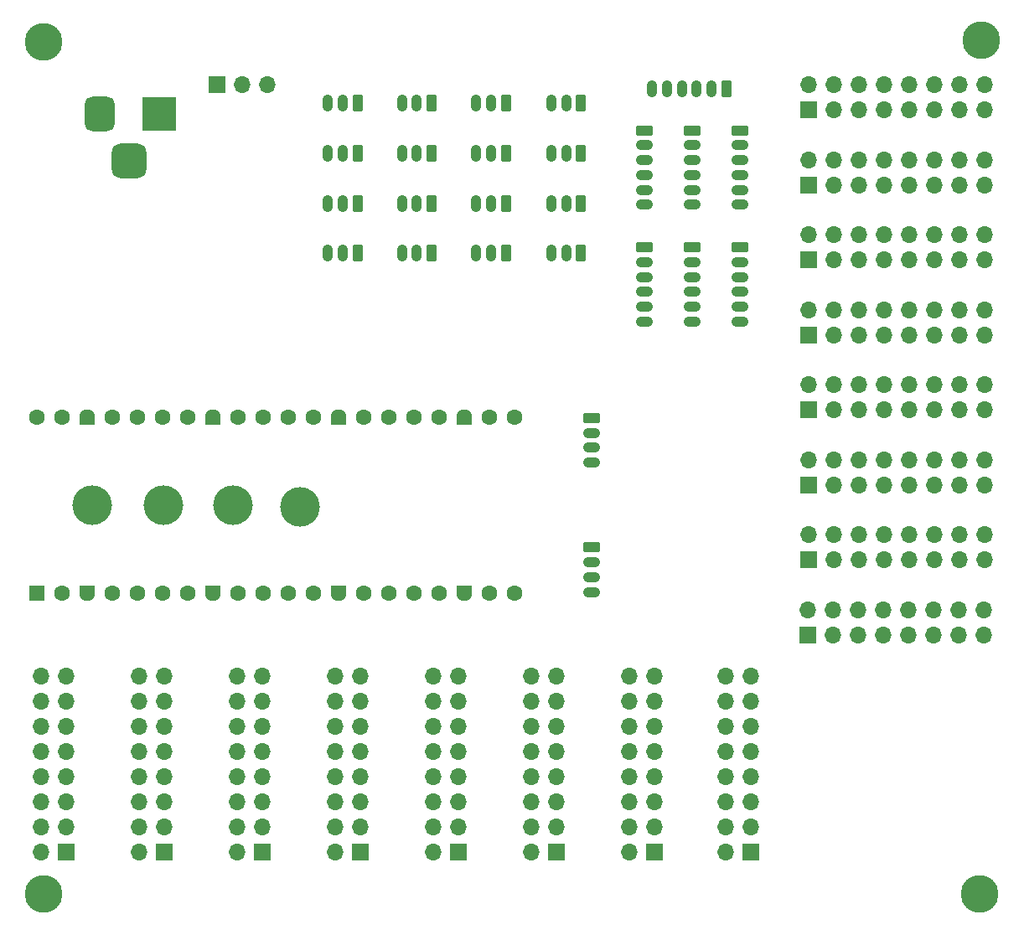
<source format=gbs>
%TF.GenerationSoftware,KiCad,Pcbnew,8.0.8*%
%TF.CreationDate,2025-03-14T22:40:07-03:00*%
%TF.ProjectId,pi_controller,70695f63-6f6e-4747-926f-6c6c65722e6b,1.0*%
%TF.SameCoordinates,Original*%
%TF.FileFunction,Soldermask,Bot*%
%TF.FilePolarity,Negative*%
%FSLAX46Y46*%
G04 Gerber Fmt 4.6, Leading zero omitted, Abs format (unit mm)*
G04 Created by KiCad (PCBNEW 8.0.8) date 2025-03-14 22:40:07*
%MOMM*%
%LPD*%
G01*
G04 APERTURE LIST*
G04 Aperture macros list*
%AMRoundRect*
0 Rectangle with rounded corners*
0 $1 Rounding radius*
0 $2 $3 $4 $5 $6 $7 $8 $9 X,Y pos of 4 corners*
0 Add a 4 corners polygon primitive as box body*
4,1,4,$2,$3,$4,$5,$6,$7,$8,$9,$2,$3,0*
0 Add four circle primitives for the rounded corners*
1,1,$1+$1,$2,$3*
1,1,$1+$1,$4,$5*
1,1,$1+$1,$6,$7*
1,1,$1+$1,$8,$9*
0 Add four rect primitives between the rounded corners*
20,1,$1+$1,$2,$3,$4,$5,0*
20,1,$1+$1,$4,$5,$6,$7,0*
20,1,$1+$1,$6,$7,$8,$9,0*
20,1,$1+$1,$8,$9,$2,$3,0*%
%AMFreePoly0*
4,1,28,0.605014,0.794986,0.644504,0.794986,0.724698,0.756366,0.780194,0.686777,0.800000,0.600000,0.800000,-0.600000,0.780194,-0.686777,0.724698,-0.756366,0.644504,-0.794986,0.605014,-0.794986,0.600000,-0.800000,0.000000,-0.800000,-0.178017,-0.779942,-0.347107,-0.720775,-0.498792,-0.625465,-0.625465,-0.498792,-0.720775,-0.347107,-0.779942,-0.178017,-0.800000,0.000000,-0.779942,0.178017,
-0.720775,0.347107,-0.625465,0.498792,-0.498792,0.625465,-0.347107,0.720775,-0.178017,0.779942,0.000000,0.800000,0.600000,0.800000,0.605014,0.794986,0.605014,0.794986,$1*%
%AMFreePoly1*
4,1,28,0.178017,0.779942,0.347107,0.720775,0.498792,0.625465,0.625465,0.498792,0.720775,0.347107,0.779942,0.178017,0.800000,0.000000,0.779942,-0.178017,0.720775,-0.347107,0.625465,-0.498792,0.498792,-0.625465,0.347107,-0.720775,0.178017,-0.779942,0.000000,-0.800000,-0.600000,-0.800000,-0.605014,-0.794986,-0.644504,-0.794986,-0.724698,-0.756366,-0.780194,-0.686777,-0.800000,-0.600000,
-0.800000,0.600000,-0.780194,0.686777,-0.724698,0.756366,-0.644504,0.794986,-0.605014,0.794986,-0.600000,0.800000,0.000000,0.800000,0.178017,0.779942,0.178017,0.779942,$1*%
G04 Aperture macros list end*
%ADD10RoundRect,0.200000X0.600000X-0.600000X0.600000X0.600000X-0.600000X0.600000X-0.600000X-0.600000X0*%
%ADD11C,1.600000*%
%ADD12FreePoly0,90.000000*%
%ADD13FreePoly1,90.000000*%
%ADD14RoundRect,0.250000X0.265000X0.615000X-0.265000X0.615000X-0.265000X-0.615000X0.265000X-0.615000X0*%
%ADD15O,1.030000X1.730000*%
%ADD16RoundRect,0.250000X-0.615000X0.265000X-0.615000X-0.265000X0.615000X-0.265000X0.615000X0.265000X0*%
%ADD17O,1.730000X1.030000*%
%ADD18R,1.700000X1.700000*%
%ADD19O,1.700000X1.700000*%
%ADD20C,2.600000*%
%ADD21C,3.800000*%
%ADD22R,3.500000X3.500000*%
%ADD23RoundRect,0.750000X-0.750000X-1.000000X0.750000X-1.000000X0.750000X1.000000X-0.750000X1.000000X0*%
%ADD24RoundRect,0.875000X-0.875000X-0.875000X0.875000X-0.875000X0.875000X0.875000X-0.875000X0.875000X0*%
%ADD25C,4.000000*%
G04 APERTURE END LIST*
D10*
%TO.C,U4*%
X91059000Y-114554000D03*
D11*
X93599000Y-114554000D03*
D12*
X96139000Y-114554000D03*
D11*
X98679000Y-114554000D03*
X101219000Y-114554000D03*
X103759000Y-114554000D03*
X106299000Y-114554000D03*
D12*
X108839000Y-114554000D03*
D11*
X111379000Y-114554000D03*
X113919000Y-114554000D03*
X116459000Y-114554000D03*
X118999000Y-114554000D03*
D12*
X121539000Y-114554000D03*
D11*
X124079000Y-114554000D03*
X126619000Y-114554000D03*
X129159000Y-114554000D03*
X131699000Y-114554000D03*
D12*
X134239000Y-114554000D03*
D11*
X136779000Y-114554000D03*
X139319000Y-114554000D03*
X139319000Y-96774000D03*
X136779000Y-96774000D03*
D13*
X134239000Y-96774000D03*
D11*
X131699000Y-96774000D03*
X129159000Y-96774000D03*
X126619000Y-96774000D03*
X124079000Y-96774000D03*
D13*
X121539000Y-96774000D03*
D11*
X118999000Y-96774000D03*
X116459000Y-96774000D03*
X113919000Y-96774000D03*
X111379000Y-96774000D03*
D13*
X108839000Y-96774000D03*
D11*
X106299000Y-96774000D03*
X103759000Y-96774000D03*
X101219000Y-96774000D03*
X98679000Y-96774000D03*
D13*
X96139000Y-96774000D03*
D11*
X93599000Y-96774000D03*
X91059000Y-96774000D03*
%TD*%
D14*
%TO.C,JSPI7*%
X160722000Y-63569000D03*
D15*
X159222000Y-63569000D03*
X157722000Y-63569000D03*
X156222000Y-63569000D03*
X154722000Y-63569000D03*
X153222000Y-63569000D03*
%TD*%
D16*
%TO.C,JSPI6*%
X162121000Y-67751000D03*
D17*
X162121000Y-69251000D03*
X162121000Y-70751000D03*
X162121000Y-72251000D03*
X162121000Y-73751000D03*
X162121000Y-75251000D03*
%TD*%
D16*
%TO.C,JSPI5*%
X157295000Y-67751000D03*
D17*
X157295000Y-69251000D03*
X157295000Y-70751000D03*
X157295000Y-72251000D03*
X157295000Y-73751000D03*
X157295000Y-75251000D03*
%TD*%
D16*
%TO.C,JSPI4*%
X152469000Y-67751000D03*
D17*
X152469000Y-69251000D03*
X152469000Y-70751000D03*
X152469000Y-72251000D03*
X152469000Y-73751000D03*
X152469000Y-75251000D03*
%TD*%
D16*
%TO.C,JSPI3*%
X162121000Y-79562000D03*
D17*
X162121000Y-81062000D03*
X162121000Y-82562000D03*
X162121000Y-84062000D03*
X162121000Y-85562000D03*
X162121000Y-87062000D03*
%TD*%
D16*
%TO.C,JSPI2*%
X157295000Y-79562000D03*
D17*
X157295000Y-81062000D03*
X157295000Y-82562000D03*
X157295000Y-84062000D03*
X157295000Y-85562000D03*
X157295000Y-87062000D03*
%TD*%
D16*
%TO.C,JSPI1*%
X152469000Y-79562000D03*
D17*
X152469000Y-81062000D03*
X152469000Y-82562000D03*
X152469000Y-84062000D03*
X152469000Y-85562000D03*
X152469000Y-87062000D03*
%TD*%
D16*
%TO.C,J31*%
X147135000Y-109891000D03*
D17*
X147135000Y-111391000D03*
X147135000Y-112891000D03*
X147135000Y-114391000D03*
%TD*%
D16*
%TO.C,J30*%
X147135000Y-96810000D03*
D17*
X147135000Y-98310000D03*
X147135000Y-99810000D03*
X147135000Y-101310000D03*
%TD*%
D14*
%TO.C,AN16*%
X130937000Y-80137000D03*
D15*
X129437000Y-80137000D03*
X127937000Y-80137000D03*
%TD*%
D14*
%TO.C,AN15*%
X130937000Y-75184000D03*
D15*
X129437000Y-75184000D03*
X127937000Y-75184000D03*
%TD*%
D14*
%TO.C,AN14*%
X130937000Y-70104000D03*
D15*
X129437000Y-70104000D03*
X127937000Y-70104000D03*
%TD*%
D14*
%TO.C,AN13*%
X123444000Y-80137000D03*
D15*
X121944000Y-80137000D03*
X120444000Y-80137000D03*
%TD*%
D14*
%TO.C,AN12*%
X130937000Y-65024000D03*
D15*
X129437000Y-65024000D03*
X127937000Y-65024000D03*
%TD*%
D14*
%TO.C,AN11*%
X123444000Y-75184000D03*
D15*
X121944000Y-75184000D03*
X120444000Y-75184000D03*
%TD*%
D14*
%TO.C,AN10*%
X123444000Y-70104000D03*
D15*
X121944000Y-70104000D03*
X120444000Y-70104000D03*
%TD*%
D14*
%TO.C,AN9*%
X123444000Y-65024000D03*
D15*
X121944000Y-65024000D03*
X120444000Y-65024000D03*
%TD*%
D14*
%TO.C,AN8*%
X138430000Y-65024000D03*
D15*
X136930000Y-65024000D03*
X135430000Y-65024000D03*
%TD*%
D14*
%TO.C,AN7*%
X138430000Y-70104000D03*
D15*
X136930000Y-70104000D03*
X135430000Y-70104000D03*
%TD*%
D14*
%TO.C,AN6*%
X138430000Y-75184000D03*
D15*
X136930000Y-75184000D03*
X135430000Y-75184000D03*
%TD*%
D14*
%TO.C,AN5*%
X138430000Y-80137000D03*
D15*
X136930000Y-80137000D03*
X135430000Y-80137000D03*
%TD*%
D14*
%TO.C,AN4*%
X146026000Y-65024000D03*
D15*
X144526000Y-65024000D03*
X143026000Y-65024000D03*
%TD*%
D14*
%TO.C,AN3*%
X146026000Y-70104000D03*
D15*
X144526000Y-70104000D03*
X143026000Y-70104000D03*
%TD*%
D14*
%TO.C,AN2*%
X146026000Y-75184000D03*
D15*
X144526000Y-75184000D03*
X143026000Y-75184000D03*
%TD*%
D14*
%TO.C,AN1*%
X146026000Y-80137000D03*
D15*
X144526000Y-80137000D03*
X143026000Y-80137000D03*
%TD*%
D18*
%TO.C,JR1*%
X93980000Y-140716000D03*
D19*
X91440000Y-140716000D03*
X93980000Y-138176000D03*
X91440000Y-138176000D03*
X93980000Y-135636000D03*
X91440000Y-135636000D03*
X93980000Y-133096000D03*
X91440000Y-133096000D03*
X93980000Y-130556000D03*
X91440000Y-130556000D03*
X93980000Y-128016000D03*
X91440000Y-128016000D03*
X93980000Y-125476000D03*
X91440000Y-125476000D03*
X93980000Y-122936000D03*
X91440000Y-122936000D03*
%TD*%
D18*
%TO.C,JR6*%
X143510000Y-140716000D03*
D19*
X140970000Y-140716000D03*
X143510000Y-138176000D03*
X140970000Y-138176000D03*
X143510000Y-135636000D03*
X140970000Y-135636000D03*
X143510000Y-133096000D03*
X140970000Y-133096000D03*
X143510000Y-130556000D03*
X140970000Y-130556000D03*
X143510000Y-128016000D03*
X140970000Y-128016000D03*
X143510000Y-125476000D03*
X140970000Y-125476000D03*
X143510000Y-122936000D03*
X140970000Y-122936000D03*
%TD*%
D18*
%TO.C,JR3*%
X113792000Y-140716000D03*
D19*
X111252000Y-140716000D03*
X113792000Y-138176000D03*
X111252000Y-138176000D03*
X113792000Y-135636000D03*
X111252000Y-135636000D03*
X113792000Y-133096000D03*
X111252000Y-133096000D03*
X113792000Y-130556000D03*
X111252000Y-130556000D03*
X113792000Y-128016000D03*
X111252000Y-128016000D03*
X113792000Y-125476000D03*
X111252000Y-125476000D03*
X113792000Y-122936000D03*
X111252000Y-122936000D03*
%TD*%
D20*
%TO.C,H4*%
X186309000Y-144907000D03*
D21*
X186309000Y-144907000D03*
%TD*%
D18*
%TO.C,J28*%
X169037000Y-73242714D03*
D19*
X169037000Y-70702714D03*
X171577000Y-73242714D03*
X171577000Y-70702714D03*
X174117000Y-73242714D03*
X174117000Y-70702714D03*
X176657000Y-73242714D03*
X176657000Y-70702714D03*
X179197000Y-73242714D03*
X179197000Y-70702714D03*
X181737000Y-73242714D03*
X181737000Y-70702714D03*
X184277000Y-73242714D03*
X184277000Y-70702714D03*
X186817000Y-73242714D03*
X186817000Y-70702714D03*
%TD*%
D18*
%TO.C,JR4*%
X123698000Y-140700210D03*
D19*
X121158000Y-140700210D03*
X123698000Y-138160210D03*
X121158000Y-138160210D03*
X123698000Y-135620210D03*
X121158000Y-135620210D03*
X123698000Y-133080210D03*
X121158000Y-133080210D03*
X123698000Y-130540210D03*
X121158000Y-130540210D03*
X123698000Y-128000210D03*
X121158000Y-128000210D03*
X123698000Y-125460210D03*
X121158000Y-125460210D03*
X123698000Y-122920210D03*
X121158000Y-122920210D03*
%TD*%
D20*
%TO.C,H2*%
X186436000Y-58674000D03*
D21*
X186436000Y-58674000D03*
%TD*%
D22*
%TO.C,J2*%
X103409000Y-66098500D03*
D23*
X97409000Y-66098500D03*
D24*
X100409000Y-70798500D03*
%TD*%
D18*
%TO.C,J27*%
X169037000Y-88410142D03*
D19*
X169037000Y-85870142D03*
X171577000Y-88410142D03*
X171577000Y-85870142D03*
X174117000Y-88410142D03*
X174117000Y-85870142D03*
X176657000Y-88410142D03*
X176657000Y-85870142D03*
X179197000Y-88410142D03*
X179197000Y-85870142D03*
X181737000Y-88410142D03*
X181737000Y-85870142D03*
X184277000Y-88410142D03*
X184277000Y-85870142D03*
X186817000Y-88410142D03*
X186817000Y-85870142D03*
%TD*%
D18*
%TO.C,J29*%
X169037000Y-65659000D03*
D19*
X169037000Y-63119000D03*
X171577000Y-65659000D03*
X171577000Y-63119000D03*
X174117000Y-65659000D03*
X174117000Y-63119000D03*
X176657000Y-65659000D03*
X176657000Y-63119000D03*
X179197000Y-65659000D03*
X179197000Y-63119000D03*
X181737000Y-65659000D03*
X181737000Y-63119000D03*
X184277000Y-65659000D03*
X184277000Y-63119000D03*
X186817000Y-65659000D03*
X186817000Y-63119000D03*
%TD*%
D18*
%TO.C,J35*%
X169037000Y-95993856D03*
D19*
X169037000Y-93453856D03*
X171577000Y-95993856D03*
X171577000Y-93453856D03*
X174117000Y-95993856D03*
X174117000Y-93453856D03*
X176657000Y-95993856D03*
X176657000Y-93453856D03*
X179197000Y-95993856D03*
X179197000Y-93453856D03*
X181737000Y-95993856D03*
X181737000Y-93453856D03*
X184277000Y-95993856D03*
X184277000Y-93453856D03*
X186817000Y-95993856D03*
X186817000Y-93453856D03*
%TD*%
%TO.C,J33*%
X186690000Y-116205000D03*
X186690000Y-118745000D03*
X184150000Y-116205000D03*
X184150000Y-118745000D03*
X181610000Y-116205000D03*
X181610000Y-118745000D03*
X179070000Y-116205000D03*
X179070000Y-118745000D03*
X176530000Y-116205000D03*
X176530000Y-118745000D03*
X173990000Y-116205000D03*
X173990000Y-118745000D03*
X171450000Y-116205000D03*
X171450000Y-118745000D03*
X168910000Y-116205000D03*
D18*
X168910000Y-118745000D03*
%TD*%
D20*
%TO.C,H3*%
X91694000Y-144907000D03*
D21*
X91694000Y-144907000D03*
%TD*%
D18*
%TO.C,JR7*%
X153416000Y-140716000D03*
D19*
X150876000Y-140716000D03*
X153416000Y-138176000D03*
X150876000Y-138176000D03*
X153416000Y-135636000D03*
X150876000Y-135636000D03*
X153416000Y-133096000D03*
X150876000Y-133096000D03*
X153416000Y-130556000D03*
X150876000Y-130556000D03*
X153416000Y-128016000D03*
X150876000Y-128016000D03*
X153416000Y-125476000D03*
X150876000Y-125476000D03*
X153416000Y-122936000D03*
X150876000Y-122936000D03*
%TD*%
D18*
%TO.C,JR2*%
X103886000Y-140716000D03*
D19*
X101346000Y-140716000D03*
X103886000Y-138176000D03*
X101346000Y-138176000D03*
X103886000Y-135636000D03*
X101346000Y-135636000D03*
X103886000Y-133096000D03*
X101346000Y-133096000D03*
X103886000Y-130556000D03*
X101346000Y-130556000D03*
X103886000Y-128016000D03*
X101346000Y-128016000D03*
X103886000Y-125476000D03*
X101346000Y-125476000D03*
X103886000Y-122936000D03*
X101346000Y-122936000D03*
%TD*%
D18*
%TO.C,J26*%
X169037000Y-80826428D03*
D19*
X169037000Y-78286428D03*
X171577000Y-80826428D03*
X171577000Y-78286428D03*
X174117000Y-80826428D03*
X174117000Y-78286428D03*
X176657000Y-80826428D03*
X176657000Y-78286428D03*
X179197000Y-80826428D03*
X179197000Y-78286428D03*
X181737000Y-80826428D03*
X181737000Y-78286428D03*
X184277000Y-80826428D03*
X184277000Y-78286428D03*
X186817000Y-80826428D03*
X186817000Y-78286428D03*
%TD*%
D18*
%TO.C,J34*%
X169037000Y-111161284D03*
D19*
X169037000Y-108621284D03*
X171577000Y-111161284D03*
X171577000Y-108621284D03*
X174117000Y-111161284D03*
X174117000Y-108621284D03*
X176657000Y-111161284D03*
X176657000Y-108621284D03*
X179197000Y-111161284D03*
X179197000Y-108621284D03*
X181737000Y-111161284D03*
X181737000Y-108621284D03*
X184277000Y-111161284D03*
X184277000Y-108621284D03*
X186817000Y-111161284D03*
X186817000Y-108621284D03*
%TD*%
D18*
%TO.C,J32*%
X169037000Y-103577570D03*
D19*
X169037000Y-101037570D03*
X171577000Y-103577570D03*
X171577000Y-101037570D03*
X174117000Y-103577570D03*
X174117000Y-101037570D03*
X176657000Y-103577570D03*
X176657000Y-101037570D03*
X179197000Y-103577570D03*
X179197000Y-101037570D03*
X181737000Y-103577570D03*
X181737000Y-101037570D03*
X184277000Y-103577570D03*
X184277000Y-101037570D03*
X186817000Y-103577570D03*
X186817000Y-101037570D03*
%TD*%
D18*
%TO.C,JR8*%
X163228000Y-140716000D03*
D19*
X160688000Y-140716000D03*
X163228000Y-138176000D03*
X160688000Y-138176000D03*
X163228000Y-135636000D03*
X160688000Y-135636000D03*
X163228000Y-133096000D03*
X160688000Y-133096000D03*
X163228000Y-130556000D03*
X160688000Y-130556000D03*
X163228000Y-128016000D03*
X160688000Y-128016000D03*
X163228000Y-125476000D03*
X160688000Y-125476000D03*
X163228000Y-122936000D03*
X160688000Y-122936000D03*
%TD*%
D20*
%TO.C,H1*%
X91694000Y-58801000D03*
D21*
X91694000Y-58801000D03*
%TD*%
D19*
%TO.C,J1*%
X114315000Y-63119000D03*
X111775000Y-63119000D03*
D18*
X109235000Y-63119000D03*
%TD*%
%TO.C,JR5*%
X133604000Y-140716000D03*
D19*
X131064000Y-140716000D03*
X133604000Y-138176000D03*
X131064000Y-138176000D03*
X133604000Y-135636000D03*
X131064000Y-135636000D03*
X133604000Y-133096000D03*
X131064000Y-133096000D03*
X133604000Y-130556000D03*
X131064000Y-130556000D03*
X133604000Y-128016000D03*
X131064000Y-128016000D03*
X133604000Y-125476000D03*
X131064000Y-125476000D03*
X133604000Y-122936000D03*
X131064000Y-122936000D03*
%TD*%
D25*
%TO.C,TP1*%
X117602000Y-105791000D03*
%TD*%
%TO.C,TP4*%
X96647000Y-105664000D03*
%TD*%
%TO.C,TP2*%
X110871000Y-105664000D03*
%TD*%
%TO.C,TP3*%
X103812666Y-105664000D03*
%TD*%
M02*

</source>
